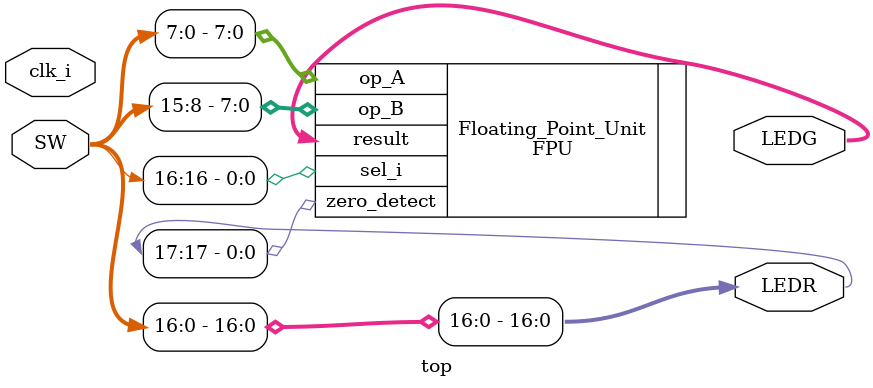
<source format=sv>
/* verilator lint_off UNUSED */
/* verilator lint_off UNDRIVEN */
module top (
    input clk_i,
    input logic [17:0] SW,
    output logic [17:0] LEDR,
	 output logic [7:0] LEDG 
);

assign LEDR[16:0] = SW[16:0] ;

FPU Floating_Point_Unit (
    .op_A        (SW[7:0]) , 
    .op_B        (SW[15:8]) ,
    .sel_i       (SW[16]) ,  //0 = add, 1 = sub
    .zero_detect (LEDR[17]) ,
    .result      (LEDG)
);
always @(posedge clk_i) begin
    
end
endmodule
/* verilator lint_off UNUSED */
/* verilator lint_off UNDRIVEN */

</source>
